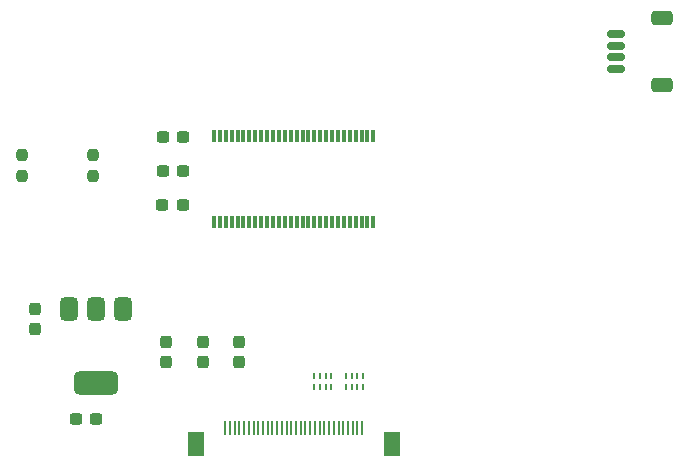
<source format=gtp>
G04 #@! TF.GenerationSoftware,KiCad,Pcbnew,8.0.4*
G04 #@! TF.CreationDate,2024-07-21T23:04:51+02:00*
G04 #@! TF.ProjectId,koyomi-lvds-hat,6b6f796f-6d69-42d6-9c76-64732d686174,rev?*
G04 #@! TF.SameCoordinates,Original*
G04 #@! TF.FileFunction,Paste,Top*
G04 #@! TF.FilePolarity,Positive*
%FSLAX46Y46*%
G04 Gerber Fmt 4.6, Leading zero omitted, Abs format (unit mm)*
G04 Created by KiCad (PCBNEW 8.0.4) date 2024-07-21 23:04:51*
%MOMM*%
%LPD*%
G01*
G04 APERTURE LIST*
G04 Aperture macros list*
%AMRoundRect*
0 Rectangle with rounded corners*
0 $1 Rounding radius*
0 $2 $3 $4 $5 $6 $7 $8 $9 X,Y pos of 4 corners*
0 Add a 4 corners polygon primitive as box body*
4,1,4,$2,$3,$4,$5,$6,$7,$8,$9,$2,$3,0*
0 Add four circle primitives for the rounded corners*
1,1,$1+$1,$2,$3*
1,1,$1+$1,$4,$5*
1,1,$1+$1,$6,$7*
1,1,$1+$1,$8,$9*
0 Add four rect primitives between the rounded corners*
20,1,$1+$1,$2,$3,$4,$5,0*
20,1,$1+$1,$4,$5,$6,$7,0*
20,1,$1+$1,$6,$7,$8,$9,0*
20,1,$1+$1,$8,$9,$2,$3,0*%
G04 Aperture macros list end*
%ADD10RoundRect,0.237500X0.300000X0.237500X-0.300000X0.237500X-0.300000X-0.237500X0.300000X-0.237500X0*%
%ADD11R,0.250000X0.550000*%
%ADD12RoundRect,0.237500X0.237500X-0.300000X0.237500X0.300000X-0.237500X0.300000X-0.237500X-0.300000X0*%
%ADD13R,0.200000X1.200000*%
%ADD14R,1.400000X2.000000*%
%ADD15RoundRect,0.237500X-0.237500X0.300000X-0.237500X-0.300000X0.237500X-0.300000X0.237500X0.300000X0*%
%ADD16RoundRect,0.375000X-0.375000X0.625000X-0.375000X-0.625000X0.375000X-0.625000X0.375000X0.625000X0*%
%ADD17RoundRect,0.500000X-1.400000X0.500000X-1.400000X-0.500000X1.400000X-0.500000X1.400000X0.500000X0*%
%ADD18RoundRect,0.009000X-0.141000X0.491000X-0.141000X-0.491000X0.141000X-0.491000X0.141000X0.491000X0*%
%ADD19RoundRect,0.237500X-0.237500X0.250000X-0.237500X-0.250000X0.237500X-0.250000X0.237500X0.250000X0*%
%ADD20RoundRect,0.150000X0.625000X-0.150000X0.625000X0.150000X-0.625000X0.150000X-0.625000X-0.150000X0*%
%ADD21RoundRect,0.250000X0.650000X-0.350000X0.650000X0.350000X-0.650000X0.350000X-0.650000X-0.350000X0*%
G04 APERTURE END LIST*
D10*
X114120000Y-49400000D03*
X112395000Y-49400000D03*
D11*
X127899800Y-66750000D03*
X127899800Y-67700000D03*
X128400000Y-66750000D03*
X128400000Y-67700000D03*
X128899800Y-66750000D03*
X128899800Y-67700000D03*
X129400000Y-66750000D03*
X129400000Y-67700000D03*
D12*
X112700000Y-65562500D03*
X112700000Y-63837500D03*
D13*
X117700000Y-71130000D03*
X118100000Y-71130000D03*
X118500000Y-71130000D03*
X118900000Y-71130000D03*
X119300000Y-71130000D03*
X119700000Y-71130000D03*
X120100000Y-71130000D03*
X120500000Y-71130000D03*
X120900000Y-71130000D03*
X121300000Y-71130000D03*
X121700000Y-71130000D03*
X122100000Y-71130000D03*
X122500000Y-71130000D03*
X122900000Y-71130000D03*
X123300000Y-71130000D03*
X123700000Y-71130000D03*
X124100000Y-71130000D03*
X124500000Y-71130000D03*
X124900000Y-71130000D03*
X125300000Y-71130000D03*
X125700000Y-71130000D03*
X126100000Y-71130000D03*
X126500000Y-71130000D03*
X126900000Y-71130000D03*
X127300000Y-71130000D03*
X127700000Y-71130000D03*
X128100000Y-71130000D03*
X128500000Y-71130000D03*
X128900000Y-71130000D03*
X129300000Y-71130000D03*
D14*
X115200000Y-72500000D03*
X131800000Y-72500000D03*
D12*
X115800000Y-65562500D03*
X115800000Y-63837500D03*
D10*
X114100000Y-52300000D03*
X112375000Y-52300000D03*
D15*
X101600000Y-61037500D03*
X101600000Y-62762500D03*
D16*
X109080000Y-61030000D03*
X106780000Y-61030000D03*
D17*
X106780000Y-67330000D03*
D16*
X104480000Y-61030000D03*
D11*
X125199800Y-66700000D03*
X125199800Y-67650000D03*
X125700000Y-66700000D03*
X125700000Y-67650000D03*
X126199800Y-66700000D03*
X126199800Y-67650000D03*
X126700000Y-66700000D03*
X126700000Y-67650000D03*
D18*
X130250000Y-46400000D03*
X129750000Y-46400000D03*
X129250000Y-46400000D03*
X128750000Y-46400000D03*
X128250000Y-46400000D03*
X127750000Y-46400000D03*
X127250000Y-46400000D03*
X126750000Y-46400000D03*
X126250000Y-46400000D03*
X125750000Y-46400000D03*
X125250000Y-46400000D03*
X124750000Y-46400000D03*
X124250000Y-46400000D03*
X123750000Y-46400000D03*
X123250000Y-46400000D03*
X122750000Y-46400000D03*
X122250000Y-46400000D03*
X121750000Y-46400000D03*
X121250000Y-46400000D03*
X120750000Y-46400000D03*
X120250000Y-46400000D03*
X119750000Y-46400000D03*
X119250000Y-46400000D03*
X118750000Y-46400000D03*
X118250000Y-46400000D03*
X117750000Y-46400000D03*
X117250000Y-46400000D03*
X116750000Y-46400000D03*
X116750000Y-53660000D03*
X117250000Y-53660000D03*
X117750000Y-53660000D03*
X118250000Y-53660000D03*
X118750000Y-53660000D03*
X119250000Y-53660000D03*
X119750000Y-53660000D03*
X120250000Y-53660000D03*
X120750000Y-53660000D03*
X121250000Y-53660000D03*
X121750000Y-53660000D03*
X122250000Y-53660000D03*
X122750000Y-53660000D03*
X123250000Y-53660000D03*
X123750000Y-53660000D03*
X124250000Y-53660000D03*
X124750000Y-53660000D03*
X125250000Y-53660000D03*
X125750000Y-53660000D03*
X126250000Y-53660000D03*
X126750000Y-53660000D03*
X127250000Y-53660000D03*
X127750000Y-53660000D03*
X128250000Y-53660000D03*
X128750000Y-53660000D03*
X129250000Y-53660000D03*
X129750000Y-53660000D03*
X130250000Y-53660000D03*
D10*
X106800000Y-70400000D03*
X105075000Y-70400000D03*
X114120000Y-46470000D03*
X112395000Y-46470000D03*
D19*
X100500000Y-47987500D03*
X100500000Y-49812500D03*
D20*
X150795000Y-40760000D03*
X150795000Y-39760000D03*
X150795000Y-38760000D03*
X150795000Y-37760000D03*
D21*
X154670000Y-42060000D03*
X154670000Y-36460000D03*
D12*
X118900000Y-65562500D03*
X118900000Y-63837500D03*
D19*
X106500000Y-47987500D03*
X106500000Y-49812500D03*
M02*

</source>
